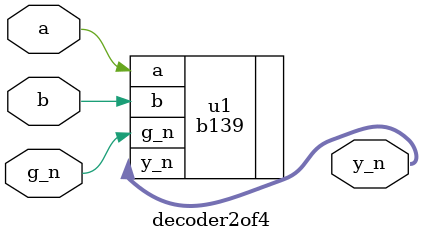
<source format=v>
`timescale 1ns / 1ps
module decoder2of4(
    input g_n,
    input a,
    input b,
    output [3:0] y_n
    );

    // Structural
//	s139 u1 (
//		.g_n(g_n), 
//		.a(a), 
//		.b(b), 
//		.y_n(y_n)
//	);

    // Dataflow
//	df139 u1 (
//		.g_n(g_n), 
//		.a(a), 
//		.b(b), 
//		.y_n(y_n)
//	);

    // Behavioural
	b139 u1 (
		.g_n(g_n), 
		.a(a), 
		.b(b), 
		.y_n(y_n)
	);

endmodule

</source>
